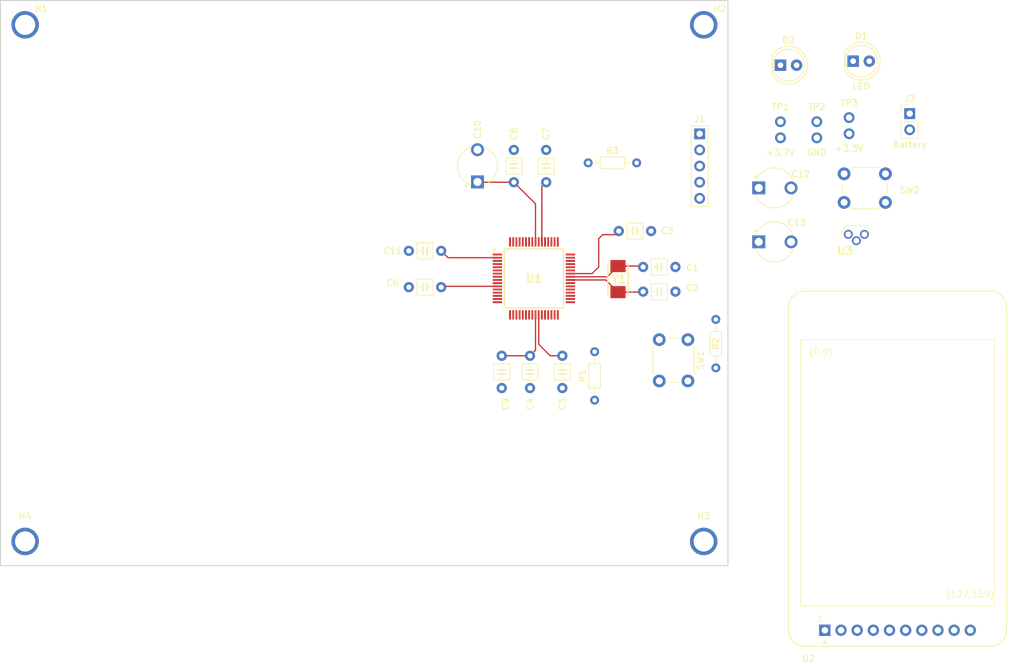
<source format=kicad_pcb>
(kicad_pcb (version 20241229) (generator "pcbnew") (generator_version "9.0")
  (title_block (title "ECE 445L Lab 6") (date "2024-08-07") (rev "v1.0.1") (company "The University of Texas at Austin"))
  (layers (0 "F.Cu" signal) (2 "B.Cu" signal) (13 "F.Paste" user) (15 "B.Paste" user) (5 "F.SilkS" user "F.Silkscreen") (7 "B.SilkS" user "B.Silkscreen") (1 "F.Mask" user) (3 "B.Mask" user) (25 "Edge.Cuts" user))
  (net 0 "")
  (net 1 "/OSC1")
  (net 2 "GND")
  (net 3 "/OSC2")
  (net 4 "+3V3")
  (net 5 "/LDO")
  (net 6 "Net-(U1-~{WAKE})")
  (net 7 "/Reset")
  (net 10 "PD6")
  (net 21 "/+3_7V")
  (net 22 "/TCK")
  (net 27 "/TMS")
  (net 28 "/TDI")
  (net 29 "/TDO")
  (net 32 "PB6")
  (net 33 "PB7")
  (net 34 "PF4")
  (net 35 "PE3")
  (net 36 "PE2")
  (net 37 "PE1")
  (net 38 "PE0")
  (net 39 "PD7")
  (net 40 "PC7")
  (net 41 "PC6")
  (net 42 "PC5")
  (net 43 "PC4")
  (net 44 "PA0")
  (net 45 "PA1")
  (net 46 "PA2")
  (net 47 "PA3")
  (net 48 "PA4")
  (net 49 "PA5")
  (net 50 "PA6")
  (net 51 "PA7")
  (net 52 "PF0")
  (net 53 "PF1")
  (net 54 "PF2")
  (net 55 "PF3")
  (net 56 "PD4")
  (net 57 "PD5")
  (net 58 "PB0")
  (net 59 "PB1")
  (net 60 "PB2")
  (net 61 "PB3")
  (net 62 "PB5")
  (net 63 "PB4")
  (net 64 "PE4")
  (net 65 "PE5")
  (net 66 "PD0")
  (net 67 "PD1")
  (net 68 "PD2")
  (net 69 "PD3")
  (footprint "ECE445L:CP_Radial_Tantal200mil" (layer "F.Cu") (at 150.895 54.87)
    (property "Reference" "C12" (at 6.585 -2.165 0) (layer "F.SilkS"))
    (property "Value" "4.7uF")
    (fp_line (start -0.839749 -1.755) (end -0.239749 -1.755) (stroke (width 0.12)) (layer "F.SilkS"))
    (fp_line (start -0.539749 -2.055) (end -0.539749 -1.455) (stroke (width 0.12)) (layer "F.SilkS"))
    (fp_arc (start -0.434416 -1.0922) (mid 2.5 -3.1522) (end 5.434416 -1.0922) (stroke (width 0.12)) (layer "F.SilkS"))
    (fp_arc (start 5.434416 1.0922) (mid 2.5 3.1522) (end -0.434416 1.0922) (stroke (width 0.12)) (layer "F.SilkS"))
    (pad "1" thru_hole rect (at 0 0) (size 2.032 2.032) (drill 1.27) (layers "*.Cu" "*.Mask") (net 21 "/+3_7V"))
    (pad "2" thru_hole circle (at 5.08 0) (size 2.032 2.032) (drill 1.27) (layers "*.Cu" "*.Mask") (net 2 "GND"))
  )
  (footprint "ECE445L:C_Axial_200mil" (layer "F.Cu") (at 100.965 70.485 180)
    (property "Reference" "C6" (at 7.62 0.635 0) (layer "F.SilkS"))
    (property "Value" "0.1uF")
    (fp_line (start 3.81 1.27) (end 3.81 -1.27) (stroke (width 0.12)) (layer "F.SilkS"))
    (fp_line (start 3.81 -1.27) (end 1.27 -1.27) (stroke (width 0.12)) (layer "F.SilkS"))
    (fp_line (start 3.4925 0) (end 2.8575 0) (stroke (width 0.12)) (layer "F.SilkS"))
    (fp_line (start 2.8575 0.635) (end 2.8575 -0.635) (stroke (width 0.2032)) (layer "F.SilkS"))
    (fp_line (start 2.2225 0.635) (end 2.2225 -0.635) (stroke (width 0.2032)) (layer "F.SilkS"))
    (fp_line (start 2.2225 0) (end 1.5875 0) (stroke (width 0.12)) (layer "F.SilkS"))
    (fp_line (start 1.27 1.27) (end 3.81 1.27) (stroke (width 0.12)) (layer "F.SilkS"))
    (fp_line (start 1.27 -1.27) (end 1.27 1.27) (stroke (width 0.12)) (layer "F.SilkS"))
    (pad "1" thru_hole circle (at 0 0 180) (size 1.6 1.6) (drill 0.8) (layers "*.Cu" "*.Mask") (net 4 "+3V3"))
    (pad "2" thru_hole oval (at 5.08 0 180) (size 1.6 1.6) (drill 0.8) (layers "*.Cu" "*.Mask") (net 2 "GND"))
  )
  (footprint "ECE445L:PinHeader_1x02_P2.54mm_Vertical" (layer "F.Cu") (at 174.625 43.18)
    (property "Reference" "J2" (at 0 -2.33 0) (layer "F.SilkS"))
    (property "Value" "Battery" (at 0 4.87 0) (layer "F.SilkS"))
    (fp_line (start -1.33 -1.33) (end 0 -1.33) (stroke (width 0.12)) (layer "F.SilkS"))
    (fp_line (start -1.33 0) (end -1.33 -1.33) (stroke (width 0.12)) (layer "F.SilkS"))
    (fp_line (start -1.33 1.27) (end -1.33 3.87) (stroke (width 0.12)) (layer "F.SilkS"))
    (fp_line (start -1.33 1.27) (end 1.33 1.27) (stroke (width 0.12)) (layer "F.SilkS"))
    (fp_line (start -1.33 3.87) (end 1.33 3.87) (stroke (width 0.12)) (layer "F.SilkS"))
    (fp_line (start 1.33 1.27) (end 1.33 3.87) (stroke (width 0.12)) (layer "F.SilkS"))
    (pad "1" thru_hole rect (at 0 0) (size 1.7 1.7) (drill 1) (layers "*.Cu" "*.Mask") (net 2 "GND"))
    (pad "2" thru_hole oval (at 0 2.54) (size 1.7 1.7) (drill 1) (layers "*.Cu" "*.Mask") (net 21 "/+3_7V"))
  )
  (footprint "ECE445L:LED_D5.0mm" (layer "F.Cu") (at 165.735 34.925)
    (property "Reference" "D1" (at 1.27 -3.96 0) (layer "F.SilkS"))
    (property "Value" "LED" (at 1.27 3.96 0) (layer "F.SilkS"))
    (fp_line (start -1.29 -1.545) (end -1.29 1.545) (stroke (width 0.12)) (layer "F.SilkS"))
    (fp_arc (start -1.29 -1.54483) (mid 2.072002 -2.880433) (end 4.26 0.000462) (stroke (width 0.12)) (layer "F.SilkS"))
    (fp_arc (start 4.26 -0.000462) (mid 2.072002 2.880433) (end -1.29 1.54483) (stroke (width 0.12)) (layer "F.SilkS"))
    (fp_circle (center 1.27 0) (end 3.77 0) (stroke (width 0.12)) (fill no) (layer "F.SilkS"))
    (pad "1" thru_hole rect (at 0 0) (size 1.8 1.8) (drill 0.9) (layers "*.Cu" "*.Mask"))
    (pad "2" thru_hole circle (at 2.54 0) (size 1.8 1.8) (drill 0.9) (layers "*.Cu" "*.Mask"))
  )
  (footprint "ECE445L:CP_Radial_Tantal200mil" (layer "F.Cu") (at 150.895 63.36)
    (property "Reference" "C13" (at 5.95 -3.035 0) (layer "F.SilkS"))
    (property "Value" "4.7uF")
    (fp_line (start -0.839749 -1.755) (end -0.239749 -1.755) (stroke (width 0.12)) (layer "F.SilkS"))
    (fp_line (start -0.539749 -2.055) (end -0.539749 -1.455) (stroke (width 0.12)) (layer "F.SilkS"))
    (fp_arc (start -0.434416 -1.0922) (mid 2.5 -3.1522) (end 5.434416 -1.0922) (stroke (width 0.12)) (layer "F.SilkS"))
    (fp_arc (start 5.434416 1.0922) (mid 2.5 3.1522) (end -0.434416 1.0922) (stroke (width 0.12)) (layer "F.SilkS"))
    (pad "1" thru_hole rect (at 0 0) (size 2.032 2.032) (drill 1.27) (layers "*.Cu" "*.Mask") (net 4 "+3V3"))
    (pad "2" thru_hole circle (at 5.08 0) (size 2.032 2.032) (drill 1.27) (layers "*.Cu" "*.Mask") (net 2 "GND"))
  )
  (footprint "Button_Switch_THT:SW_PUSH_6mm" (layer "F.Cu") (at 164.315 52.65)
    (property "Reference" "SW2" (at 10.31 2.595 0) (layer "F.SilkS"))
    (property "Value" "Input")
    (fp_line (start -0.25 1.5) (end -0.25 3) (stroke (width 0.12)) (layer "F.SilkS"))
    (fp_line (start 1 5.5) (end 5.5 5.5) (stroke (width 0.12)) (layer "F.SilkS"))
    (fp_line (start 5.5 -1) (end 1 -1) (stroke (width 0.12)) (layer "F.SilkS"))
    (fp_line (start 6.75 3) (end 6.75 1.5) (stroke (width 0.12)) (layer "F.SilkS"))
    (pad "1" thru_hole circle (at 0 0 90) (size 2 2) (drill 1.1) (layers "*.Cu" "*.Mask"))
    (pad "1" thru_hole circle (at 6.5 0 90) (size 2 2) (drill 1.1) (layers "*.Cu" "*.Mask"))
    (pad "2" thru_hole circle (at 0 4.5 90) (size 2 2) (drill 1.1) (layers "*.Cu" "*.Mask"))
    (pad "2" thru_hole circle (at 6.5 4.5 90) (size 2 2) (drill 1.1) (layers "*.Cu" "*.Mask"))
  )
  (footprint "ECE445L:C_Axial_200mil" (layer "F.Cu") (at 132.715 67.31)
    (property "Reference" "C1" (at 7.758 0.138 0) (layer "F.SilkS"))
    (property "Value" "10pF C0G")
    (fp_line (start 1.27 -1.27) (end 1.27 1.27) (stroke (width 0.12)) (layer "F.SilkS"))
    (fp_line (start 1.27 1.27) (end 3.81 1.27) (stroke (width 0.12)) (layer "F.SilkS"))
    (fp_line (start 2.2225 0) (end 1.5875 0) (stroke (width 0.12)) (layer "F.SilkS"))
    (fp_line (start 2.2225 0.635) (end 2.2225 -0.635) (stroke (width 0.2032)) (layer "F.SilkS"))
    (fp_line (start 2.8575 0.635) (end 2.8575 -0.635) (stroke (width 0.2032)) (layer "F.SilkS"))
    (fp_line (start 3.4925 0) (end 2.8575 0) (stroke (width 0.12)) (layer "F.SilkS"))
    (fp_line (start 3.81 -1.27) (end 1.27 -1.27) (stroke (width 0.12)) (layer "F.SilkS"))
    (fp_line (start 3.81 1.27) (end 3.81 -1.27) (stroke (width 0.12)) (layer "F.SilkS"))
    (pad "1" thru_hole circle (at 0 0) (size 1.6 1.6) (drill 0.8) (layers "*.Cu" "*.Mask") (net 1 "/OSC1"))
    (pad "2" thru_hole oval (at 5.08 0) (size 1.6 1.6) (drill 0.8) (layers "*.Cu" "*.Mask") (net 2 "GND"))
  )
  (footprint "ECE445L:C_Axial_200mil" (layer "F.Cu") (at 120.015 81.28 -90)
    (property "Reference" "C5" (at 7.62 0 90) (layer "F.SilkS"))
    (property "Value" "0.01uF")
    (fp_line (start 1.27 1.27) (end 3.81 1.27) (stroke (width 0.12)) (layer "F.SilkS"))
    (fp_line (start 3.81 1.27) (end 3.81 -1.27) (stroke (width 0.12)) (layer "F.SilkS"))
    (fp_line (start 2.2225 0.635) (end 2.2225 -0.635) (stroke (width 0.2032)) (layer "F.SilkS"))
    (fp_line (start 2.8575 0.635) (end 2.8575 -0.635) (stroke (width 0.2032)) (layer "F.SilkS"))
    (fp_line (start 2.2225 0) (end 1.5875 0) (stroke (width 0.12)) (layer "F.SilkS"))
    (fp_line (start 3.4925 0) (end 2.8575 0) (stroke (width 0.12)) (layer "F.SilkS"))
    (fp_line (start 1.27 -1.27) (end 1.27 1.27) (stroke (width 0.12)) (layer "F.SilkS"))
    (fp_line (start 3.81 -1.27) (end 1.27 -1.27) (stroke (width 0.12)) (layer "F.SilkS"))
    (pad "1" thru_hole circle (at 0 0 270) (size 1.6 1.6) (drill 0.8) (layers "*.Cu" "*.Mask") (net 4 "+3V3"))
    (pad "2" thru_hole oval (at 5.08 0 270) (size 1.6 1.6) (drill 0.8) (layers "*.Cu" "*.Mask") (net 2 "GND"))
  )
  (footprint "ECE445L:C_Axial_200mil" (layer "F.Cu") (at 110.49 81.28 -90)
    (property "Reference" "C9" (at 7.62 -0.635 90) (layer "F.SilkS"))
    (property "Value" "1uF")
    (fp_line (start 1.27 1.27) (end 3.81 1.27) (stroke (width 0.12)) (layer "F.SilkS"))
    (fp_line (start 3.81 1.27) (end 3.81 -1.27) (stroke (width 0.12)) (layer "F.SilkS"))
    (fp_line (start 2.2225 0.635) (end 2.2225 -0.635) (stroke (width 0.2032)) (layer "F.SilkS"))
    (fp_line (start 2.8575 0.635) (end 2.8575 -0.635) (stroke (width 0.2032)) (layer "F.SilkS"))
    (fp_line (start 2.2225 0) (end 1.5875 0) (stroke (width 0.12)) (layer "F.SilkS"))
    (fp_line (start 3.4925 0) (end 2.8575 0) (stroke (width 0.12)) (layer "F.SilkS"))
    (fp_line (start 1.27 -1.27) (end 1.27 1.27) (stroke (width 0.12)) (layer "F.SilkS"))
    (fp_line (start 3.81 -1.27) (end 1.27 -1.27) (stroke (width 0.12)) (layer "F.SilkS"))
    (pad "1" thru_hole circle (at 0 0 270) (size 1.6 1.6) (drill 0.8) (layers "*.Cu" "*.Mask") (net 5 "/LDO"))
    (pad "2" thru_hole oval (at 5.08 0 270) (size 1.6 1.6) (drill 0.8) (layers "*.Cu" "*.Mask") (net 2 "GND"))
  )
  (footprint "ECE445L:C_Axial_200mil" (layer "F.Cu") (at 117.475 53.975 90)
    (property "Reference" "C7" (at 7.62 0 90) (layer "F.SilkS"))
    (property "Value" "0.1uF")
    (fp_line (start 3.81 -1.27) (end 1.27 -1.27) (stroke (width 0.12)) (layer "F.SilkS"))
    (fp_line (start 1.27 -1.27) (end 1.27 1.27) (stroke (width 0.12)) (layer "F.SilkS"))
    (fp_line (start 3.4925 0) (end 2.8575 0) (stroke (width 0.12)) (layer "F.SilkS"))
    (fp_line (start 2.2225 0) (end 1.5875 0) (stroke (width 0.12)) (layer "F.SilkS"))
    (fp_line (start 2.8575 0.635) (end 2.8575 -0.635) (stroke (width 0.2032)) (layer "F.SilkS"))
    (fp_line (start 2.2225 0.635) (end 2.2225 -0.635) (stroke (width 0.2032)) (layer "F.SilkS"))
    (fp_line (start 3.81 1.27) (end 3.81 -1.27) (stroke (width 0.12)) (layer "F.SilkS"))
    (fp_line (start 1.27 1.27) (end 3.81 1.27) (stroke (width 0.12)) (layer "F.SilkS"))
    (pad "1" thru_hole circle (at 0 0 90) (size 1.6 1.6) (drill 0.8) (layers "*.Cu" "*.Mask") (net 4 "+3V3"))
    (pad "2" thru_hole oval (at 5.08 0 90) (size 1.6 1.6) (drill 0.8) (layers "*.Cu" "*.Mask") (net 2 "GND"))
  )
  (footprint "ECE445L:TL431CLPM" (layer "F.Cu") (at 164.97 62.175)
    (property "Reference" "U3" (at -0.505 2.595 0) (layer "F.SilkS") (effects (font (size 1.27 1.27) (thickness 0.254))))
    (property "Value" "LP2950-33LPRE3" (hide yes))
    (fp_line (start -1.809 -0.005) (end -1.809 -0.005) (stroke (width 0.1)) (layer "F.SilkS"))
    (fp_line (start -1.707 -0.005) (end -1.707 -0.005) (stroke (width 0.1)) (layer "F.SilkS"))
    (fp_line (start -0.445 -1.35) (end -1.13 0) (stroke (width 0.1)) (layer "F.SilkS"))
    (fp_line (start 2.985 -1.35) (end -0.445 -1.35) (stroke (width 0.1)) (layer "F.SilkS"))
    (fp_line (start 3.67 0) (end 2.985 -1.35) (stroke (width 0.1)) (layer "F.SilkS"))
    (fp_arc (start -1.809 -0.005) (mid -1.758 -0.056) (end -1.707 -0.005) (stroke (width 0.1)) (layer "F.SilkS"))
    (fp_arc (start -1.707 -0.005) (mid -1.758 0.046) (end -1.809 -0.005) (stroke (width 0.1)) (layer "F.SilkS"))
    (pad "1" thru_hole circle (at 0 0) (size 1.4 1.4) (drill 0.9) (layers "*.Cu" "*.Mask") (net 4 "+3V3"))
    (pad "2" thru_hole circle (at 1.27 1) (size 1.4 1.4) (drill 0.9) (layers "*.Cu" "*.Mask") (net 2 "GND"))
    (pad "3" thru_hole circle (at 2.54 0) (size 1.4 1.4) (drill 0.9) (layers "*.Cu" "*.Mask") (net 21 "/+3_7V"))
  )
  (footprint "ECE445L:MountingHole_4_40" (layer "F.Cu") (at 35.56 29.21)
    (property "Reference" "H1" (at 2.54 -2.54 0) (layer "F.SilkS"))
    (property "Value" "~")
    (pad "1" thru_hole circle (at 0 0) (size 4.318 4.318) (drill 3.175) (layers "*.Cu" "*.Mask"))
  )
  (footprint "ECE445L:R_Axial_DIN0204_L3.6mm_D1.6mm_P7.62mm_Horizontal" (layer "F.Cu") (at 124.079 50.927)
    (property "Reference" "R3" (at 3.81 -1.92 0) (layer "F.SilkS"))
    (property "Value" "10k")
    (fp_line (start 0.94 0) (end 1.89 0) (stroke (width 0.12)) (layer "F.SilkS"))
    (fp_line (start 1.89 -0.92) (end 1.89 0.92) (stroke (width 0.12)) (layer "F.SilkS"))
    (fp_line (start 1.89 0.92) (end 5.73 0.92) (stroke (width 0.12)) (layer "F.SilkS"))
    (fp_line (start 5.73 -0.92) (end 1.89 -0.92) (stroke (width 0.12)) (layer "F.SilkS"))
    (fp_line (start 5.73 0.92) (end 5.73 -0.92) (stroke (width 0.12)) (layer "F.SilkS"))
    (fp_line (start 6.68 0) (end 5.73 0) (stroke (width 0.12)) (layer "F.SilkS"))
    (pad "1" thru_hole circle (at 0 0) (size 1.4 1.4) (drill 0.7) (layers "*.Cu" "*.Mask"))
    (pad "2" thru_hole oval (at 7.62 0) (size 1.4 1.4) (drill 0.7) (layers "*.Cu" "*.Mask"))
  )
  (footprint "Button_Switch_THT:SW_PUSH_6mm" (layer "F.Cu") (at 139.755 78.74 -90)
    (property "Reference" "SW1" (at 3.25 -2 90) (layer "F.SilkS"))
    (property "Value" "Reset")
    (fp_line (start 1 5.5) (end 5.5 5.5) (stroke (width 0.12)) (layer "F.SilkS"))
    (fp_line (start 6.75 3) (end 6.75 1.5) (stroke (width 0.12)) (layer "F.SilkS"))
    (fp_line (start -0.25 1.5) (end -0.25 3) (stroke (width 0.12)) (layer "F.SilkS"))
    (fp_line (start 5.5 -1) (end 1 -1) (stroke (width 0.12)) (layer "F.SilkS"))
    (pad "1" thru_hole circle (at 0 0) (size 2 2) (drill 1.1) (layers "*.Cu" "*.Mask") (net 2 "GND"))
    (pad "1" thru_hole circle (at 6.5 0) (size 2 2) (drill 1.1) (layers "*.Cu" "*.Mask") (net 2 "GND"))
    (pad "2" thru_hole circle (at 0 4.5) (size 2 2) (drill 1.1) (layers "*.Cu" "*.Mask") (net 7 "/Reset"))
    (pad "2" thru_hole circle (at 6.5 4.5) (size 2 2) (drill 1.1) (layers "*.Cu" "*.Mask") (net 7 "/Reset"))
  )
  (footprint "ECE445L:LED_D5.0mm" (layer "F.Cu") (at 154.305 35.56)
    (property "Reference" "D2" (at 1.27 -3.96 0) (layer "F.SilkS"))
    (property "Value" "LED" (hide yes))
    (fp_line (start -1.29 -1.545) (end -1.29 1.545) (stroke (width 0.12)) (layer "F.SilkS"))
    (fp_arc (start -1.29 -1.54483) (mid 2.072002 -2.880433) (end 4.26 0.000462) (stroke (width 0.12)) (layer "F.SilkS"))
    (fp_arc (start 4.26 -0.000462) (mid 2.072002 2.880433) (end -1.29 1.54483) (stroke (width 0.12)) (layer "F.SilkS"))
    (fp_circle (center 1.27 0) (end 3.77 0) (stroke (width 0.12)) (fill no) (layer "F.SilkS"))
    (pad "1" thru_hole rect (at 0 0) (size 1.8 1.8) (drill 0.9) (layers "*.Cu" "*.Mask"))
    (pad "2" thru_hole circle (at 2.54 0) (size 1.8 1.8) (drill 0.9) (layers "*.Cu" "*.Mask"))
  )
  (footprint "ECE445L:Testpoint_1x02_P2.54mm" (layer "F.Cu") (at 154.305 44.45)
    (property "Reference" "TP1" (at 0 -2.33 0) (layer "F.SilkS"))
    (property "Value" "+3.7V" (at 0 4.87 0) (layer "F.SilkS"))
    (pad "1" thru_hole circle (at 0 0) (size 1.7 1.7) (drill 1) (layers "*.Cu" "*.Mask") (net 21 "/+3_7V"))
    (pad "2" thru_hole oval (at 0 2.54) (size 1.7 1.7) (drill 1) (layers "*.Cu" "*.Mask") (net 21 "/+3_7V"))
  )
  (footprint "ECE445L:C_Axial_200mil" (layer "F.Cu") (at 132.715 71.185)
    (property "Reference" "C2" (at 7.77425 -0.562 0) (layer "F.SilkS"))
    (property "Value" "10pF C0G")
    (fp_line (start 1.27 -1.27) (end 1.27 1.27) (stroke (width 0.12)) (layer "F.SilkS"))
    (fp_line (start 1.27 1.27) (end 3.81 1.27) (stroke (width 0.12)) (layer "F.SilkS"))
    (fp_line (start 2.2225 0) (end 1.5875 0) (stroke (width 0.12)) (layer "F.SilkS"))
    (fp_line (start 2.2225 0.635) (end 2.2225 -0.635) (stroke (width 0.2032)) (layer "F.SilkS"))
    (fp_line (start 2.8575 0.635) (end 2.8575 -0.635) (stroke (width 0.2032)) (layer "F.SilkS"))
    (fp_line (start 3.4925 0) (end 2.8575 0) (stroke (width 0.12)) (layer "F.SilkS"))
    (fp_line (start 3.81 -1.27) (end 1.27 -1.27) (stroke (width 0.12)) (layer "F.SilkS"))
    (fp_line (start 3.81 1.27) (end 3.81 -1.27) (stroke (width 0.12)) (layer "F.SilkS"))
    (pad "1" thru_hole circle (at 0 0) (size 1.6 1.6) (drill 0.8) (layers "*.Cu" "*.Mask") (net 3 "/OSC2"))
    (pad "2" thru_hole oval (at 5.08 0) (size 1.6 1.6) (drill 0.8) (layers "*.Cu" "*.Mask") (net 2 "GND"))
  )
  (footprint "ECE445L:PinHeader_1x05_P2.54mm_Vertical" (layer "F.Cu") (at 141.605 46.355)
    (property "Reference" "J1" (at 0 -2.33 0) (layer "F.SilkS"))
    (property "Value" "JTAG")
    (fp_line (start -1.33 -1.27) (end -1.33 11.43) (stroke (width 0.12)) (layer "F.SilkS"))
    (fp_line (start -1.33 -1.27) (end 1.33 -1.27) (stroke (width 0.12)) (layer "F.SilkS"))
    (fp_line (start -1.33 11.43) (end 1.33 11.43) (stroke (width 0.12)) (layer "F.SilkS"))
    (fp_line (start 1.33 -1.27) (end 1.33 11.43) (stroke (width 0.12)) (layer "F.SilkS"))
    (pad "1" thru_hole rect (at 0 0) (size 1.7 1.7) (drill 1) (layers "*.Cu" "*.Mask") (net 2 "GND"))
    (pad "2" thru_hole oval (at 0 2.54) (size 1.7 1.7) (drill 1) (layers "*.Cu" "*.Mask") (net 22 "/TCK"))
    (pad "3" thru_hole oval (at 0 5.08) (size 1.7 1.7) (drill 1) (layers "*.Cu" "*.Mask") (net 27 "/TMS"))
    (pad "4" thru_hole oval (at 0 7.62) (size 1.7 1.7) (drill 1) (layers "*.Cu" "*.Mask") (net 29 "/TDO"))
    (pad "5" thru_hole oval (at 0 10.16) (size 1.7 1.7) (drill 1) (layers "*.Cu" "*.Mask") (net 28 "/TDI"))
  )
  (footprint "ECE445L:QFP50P1200X1200X160-64N" (layer "F.Cu") (at 115.547 69.1)
    (property "Reference" "U1" (at 0 0 0) (layer "F.SilkS") (effects (font (size 1.27 1.27) (thickness 0.254))))
    (property "Value" "TM4C123GH6PMIR" (hide yes))
    (fp_line (start -4.65 -4.65) (end 4.65 -4.65) (stroke (width 0.2)) (layer "F.SilkS"))
    (fp_line (start -4.65 4.65) (end -4.65 -4.65) (stroke (width 0.2)) (layer "F.SilkS"))
    (fp_line (start 4.65 -4.65) (end 4.65 4.65) (stroke (width 0.2)) (layer "F.SilkS"))
    (fp_line (start 4.65 4.65) (end -4.65 4.65) (stroke (width 0.2)) (layer "F.SilkS"))
    (fp_circle (center -6.225 -4.5) (end -6.225 -4.375) (stroke (width 0.25)) (fill no) (layer "F.SilkS"))
    (pad "1" smd rect (at -5.738 -3.75 90) (size 0.3 1.475) (layers "F.Cu" "F.Mask" "F.Paste") (net 32 "PB6"))
    (pad "2" smd rect (at -5.738 -3.25 90) (size 0.3 1.475) (layers "F.Cu" "F.Mask" "F.Paste") (net 4 "+3V3"))
    (pad "3" smd rect (at -5.738 -2.75 90) (size 0.3 1.475) (layers "F.Cu" "F.Mask" "F.Paste") (net 2 "GND"))
    (pad "4" smd rect (at -5.738 -2.25 90) (size 0.3 1.475) (layers "F.Cu" "F.Mask" "F.Paste") (net 33 "PB7"))
    (pad "5" smd rect (at -5.738 -1.75 90) (size 0.3 1.475) (layers "F.Cu" "F.Mask" "F.Paste") (net 34 "PF4"))
    (pad "6" smd rect (at -5.738 -1.25 90) (size 0.3 1.475) (layers "F.Cu" "F.Mask" "F.Paste") (net 35 "PE3"))
    (pad "7" smd rect (at -5.738 -0.75 90) (size 0.3 1.475) (layers "F.Cu" "F.Mask" "F.Paste") (net 36 "PE2"))
    (pad "8" smd rect (at -5.738 -0.25 90) (size 0.3 1.475) (layers "F.Cu" "F.Mask" "F.Paste") (net 37 "PE1"))
    (pad "9" smd rect (at -5.738 0.25 90) (size 0.3 1.475) (layers "F.Cu" "F.Mask" "F.Paste") (net 38 "PE0"))
    (pad "10" smd rect (at -5.738 0.75 90) (size 0.3 1.475) (layers "F.Cu" "F.Mask" "F.Paste") (net 39 "PD7"))
    (pad "11" smd rect (at -5.738 1.25 90) (size 0.3 1.475) (layers "F.Cu" "F.Mask" "F.Paste") (net 4 "+3V3"))
    (pad "12" smd rect (at -5.738 1.75 90) (size 0.3 1.475) (layers "F.Cu" "F.Mask" "F.Paste") (net 2 "GND"))
    (pad "13" smd rect (at -5.738 2.25 90) (size 0.3 1.475) (layers "F.Cu" "F.Mask" "F.Paste") (net 40 "PC7"))
    (pad "14" smd rect (at -5.738 2.75 90) (size 0.3 1.475) (layers "F.Cu" "F.Mask" "F.Paste") (net 41 "PC6"))
    (pad "15" smd rect (at -5.738 3.25 90) (size 0.3 1.475) (layers "F.Cu" "F.Mask" "F.Paste") (net 42 "PC5"))
    (pad "16" smd rect (at -5.738 3.75 90) (size 0.3 1.475) (layers "F.Cu" "F.Mask" "F.Paste") (net 43 "PC4"))
    (pad "17" smd rect (at -3.75 5.738) (size 0.3 1.475) (layers "F.Cu" "F.Mask" "F.Paste") (net 44 "PA0"))
    (pad "18" smd rect (at -3.25 5.738) (size 0.3 1.475) (layers "F.Cu" "F.Mask" "F.Paste") (net 45 "PA1"))
    (pad "19" smd rect (at -2.75 5.738) (size 0.3 1.475) (layers "F.Cu" "F.Mask" "F.Paste") (net 46 "PA2"))
    (pad "20" smd rect (at -2.25 5.738) (size 0.3 1.475) (layers "F.Cu" "F.Mask" "F.Paste") (net 47 "PA3"))
    (pad "21" smd rect (at -1.75 5.738) (size 0.3 1.475) (layers "F.Cu" "F.Mask" "F.Paste") (net 48 "PA4"))
    (pad "22" smd rect (at -1.25 5.738) (size 0.3 1.475) (layers "F.Cu" "F.Mask" "F.Paste") (net 49 "PA5"))
    (pad "23" smd rect (at -0.75 5.738) (size 0.3 1.475) (layers "F.Cu" "F.Mask" "F.Paste") (net 50 "PA6"))
    (pad "24" smd rect (at -0.25 5.738) (size 0.3 1.475) (layers "F.Cu" "F.Mask" "F.Paste") (net 51 "PA7"))
    (pad "25" smd rect (at 0.25 5.738) (size 0.3 1.475) (layers "F.Cu" "F.Mask" "F.Paste") (net 5 "/LDO"))
    (pad "26" smd rect (at 0.75 5.738) (size 0.3 1.475) (layers "F.Cu" "F.Mask" "F.Paste") (net 4 "+3V3"))
    (pad "27" smd rect (at 1.25 5.738) (size 0.3 1.475) (layers "F.Cu" "F.Mask" "F.Paste") (net 2 "GND"))
    (pad "28" smd rect (at 1.75 5.738) (size 0.3 1.475) (layers "F.Cu" "F.Mask" "F.Paste") (net 52 "PF0"))
    (pad "29" smd rect (at 2.25 5.738) (size 0.3 1.475) (layers "F.Cu" "F.Mask" "F.Paste") (net 53 "PF1"))
    (pad "30" smd rect (at 2.75 5.738) (size 0.3 1.475) (layers "F.Cu" "F.Mask" "F.Paste") (net 54 "PF2"))
    (pad "31" smd rect (at 3.25 5.738) (size 0.3 1.475) (layers "F.Cu" "F.Mask" "F.Paste") (net 55 "PF3"))
    (pad "32" smd rect (at 3.75 5.738) (size 0.3 1.475) (layers "F.Cu" "F.Mask" "F.Paste") (net 6 "Net-(U1-~{WAKE})"))
    (pad "33" smd rect (at 5.738 3.75 90) (size 0.3 1.475) (layers "F.Cu" "F.Mask" "F.Paste"))
    (pad "34" smd rect (at 5.738 3.25 90) (size 0.3 1.475) (layers "F.Cu" "F.Mask" "F.Paste") (net 2 "GND"))
    (pad "35" smd rect (at 5.738 2.75 90) (size 0.3 1.475) (layers "F.Cu" "F.Mask" "F.Paste") (net 2 "GND"))
    (pad "36" smd rect (at 5.738 2.25 90) (size 0.3 1.475) (layers "F.Cu" "F.Mask" "F.Paste"))
    (pad "37" smd rect (at 5.738 1.75 90) (size 0.3 1.475) (layers "F.Cu" "F.Mask" "F.Paste") (net 4 "+3V3"))
    (pad "38" smd rect (at 5.738 1.25 90) (size 0.3 1.475) (layers "F.Cu" "F.Mask" "F.Paste") (net 7 "/Reset"))
    (pad "39" smd rect (at 5.738 0.75 90) (size 0.3 1.475) (layers "F.Cu" "F.Mask" "F.Paste") (net 2 "GND"))
    (pad "40" smd rect (at 5.738 0.25 90) (size 0.3 1.475) (layers "F.Cu" "F.Mask" "F.Paste") (net 3 "/OSC2"))
    (pad "41" smd rect (at 5.738 -0.25 90) (size 0.3 1.475) (layers "F.Cu" "F.Mask" "F.Paste") (net 1 "/OSC1"))
    (pad "42" smd rect (at 5.738 -0.75 90) (size 0.3 1.475) (layers "F.Cu" "F.Mask" "F.Paste") (net 4 "+3V3"))
    (pad "43" smd rect (at 5.738 -1.25 90) (size 0.3 1.475) (layers "F.Cu" "F.Mask" "F.Paste") (net 56 "PD4"))
    (pad "44" smd rect (at 5.738 -1.75 90) (size 0.3 1.475) (layers "F.Cu" "F.Mask" "F.Paste") (net 57 "PD5"))
    (pad "45" smd rect (at 5.738 -2.25 90) (size 0.3 1.475) (layers "F.Cu" "F.Mask" "F.Paste") (net 58 "PB0"))
    (pad "46" smd rect (at 5.738 -2.75 90) (size 0.3 1.475) (layers "F.Cu" "F.Mask" "F.Paste") (net 59 "PB1"))
    (pad "47" smd rect (at 5.738 -3.25 90) (size 0.3 1.475) (layers "F.Cu" "F.Mask" "F.Paste") (net 60 "PB2"))
    (pad "48" smd rect (at 5.738 -3.75 90) (size 0.3 1.475) (layers "F.Cu" "F.Mask" "F.Paste") (net 61 "PB3"))
    (pad "49" smd rect (at 3.75 -5.738) (size 0.3 1.475) (layers "F.Cu" "F.Mask" "F.Paste") (net 29 "/TDO"))
    (pad "50" smd rect (at 3.25 -5.738) (size 0.3 1.475) (layers "F.Cu" "F.Mask" "F.Paste") (net 28 "/TDI"))
    (pad "51" smd rect (at 2.75 -5.738) (size 0.3 1.475) (layers "F.Cu" "F.Mask" "F.Paste") (net 27 "/TMS"))
    (pad "52" smd rect (at 2.25 -5.738) (size 0.3 1.475) (layers "F.Cu" "F.Mask" "F.Paste") (net 22 "/TCK"))
    (pad "53" smd rect (at 1.75 -5.738) (size 0.3 1.475) (layers "F.Cu" "F.Mask" "F.Paste") (net 10 "PD6"))
    (pad "54" smd rect (at 1.25 -5.738) (size 0.3 1.475) (layers "F.Cu" "F.Mask" "F.Paste") (net 4 "+3V3"))
    (pad "55" smd rect (at 0.75 -5.738) (size 0.3 1.475) (layers "F.Cu" "F.Mask" "F.Paste") (net 2 "GND"))
    (pad "56" smd rect (at 0.25 -5.738) (size 0.3 1.475) (layers "F.Cu" "F.Mask" "F.Paste") (net 5 "/LDO"))
    (pad "57" smd rect (at -0.25 -5.738) (size 0.3 1.475) (layers "F.Cu" "F.Mask" "F.Paste") (net 62 "PB5"))
    (pad "58" smd rect (at -0.75 -5.738) (size 0.3 1.475) (layers "F.Cu" "F.Mask" "F.Paste") (net 63 "PB4"))
    (pad "59" smd rect (at -1.25 -5.738) (size 0.3 1.475) (layers "F.Cu" "F.Mask" "F.Paste") (net 64 "PE4"))
    (pad "60" smd rect (at -1.75 -5.738) (size 0.3 1.475) (layers "F.Cu" "F.Mask" "F.Paste") (net 65 "PE5"))
    (pad "61" smd rect (at -2.25 -5.738) (size 0.3 1.475) (layers "F.Cu" "F.Mask" "F.Paste") (net 66 "PD0"))
    (pad "62" smd rect (at -2.75 -5.738) (size 0.3 1.475) (layers "F.Cu" "F.Mask" "F.Paste") (net 67 "PD1"))
    (pad "63" smd rect (at -3.25 -5.738) (size 0.3 1.475) (layers "F.Cu" "F.Mask" "F.Paste") (net 68 "PD2"))
    (pad "64" smd rect (at -3.75 -5.738) (size 0.3 1.475) (layers "F.Cu" "F.Mask" "F.Paste") (net 69 "PD3"))
  )
  (footprint "ECE445L:MountingHole_4_40" (layer "F.Cu") (at 35.56 110.49)
    (property "Reference" "H4" (at 0 -4 0) (layer "F.SilkS"))
    (property "Value" "~")
    (pad "1" thru_hole circle (at 0 0) (size 4.318 4.318) (drill 3.175) (layers "*.Cu" "*.Mask"))
  )
  (footprint "ECE445L:R_Axial_DIN0204_L3.6mm_D1.6mm_P7.62mm_Horizontal" (layer "F.Cu") (at 144.145 75.565 -90)
    (property "Reference" "R2" (at 3.81 0 90) (layer "F.SilkS"))
    (property "Value" "10k")
    (fp_line (start 1.89 0.92) (end 5.73 0.92) (stroke (width 0.12)) (layer "F.SilkS"))
    (fp_line (start 5.73 0.92) (end 5.73 -0.92) (stroke (width 0.12)) (layer "F.SilkS"))
    (fp_line (start 0.94 0) (end 1.89 0) (stroke (width 0.12)) (layer "F.SilkS"))
    (fp_line (start 6.68 0) (end 5.73 0) (stroke (width 0.12)) (layer "F.SilkS"))
    (fp_line (start 1.89 -0.92) (end 1.89 0.92) (stroke (width 0.12)) (layer "F.SilkS"))
    (fp_line (start 5.73 -0.92) (end 1.89 -0.92) (stroke (width 0.12)) (layer "F.SilkS"))
    (pad "1" thru_hole circle (at 0 0 270) (size 1.4 1.4) (drill 0.7) (layers "*.Cu" "*.Mask") (net 4 "+3V3"))
    (pad "2" thru_hole oval (at 7.62 0 270) (size 1.4 1.4) (drill 0.7) (layers "*.Cu" "*.Mask") (net 7 "/Reset"))
  )
  (footprint "ECE445L:C_Axial_200mil" (layer "F.Cu") (at 114.935 81.28 -90)
    (property "Reference" "C4" (at 7.62 0 90) (layer "F.SilkS"))
    (property "Value" "0.1uF")
    (fp_line (start 1.27 1.27) (end 3.81 1.27) (stroke (width 0.12)) (layer "F.SilkS"))
    (fp_line (start 3.81 1.27) (end 3.81 -1.27) (stroke (width 0.12)) (layer "F.SilkS"))
    (fp_line (start 2.2225 0.635) (end 2.2225 -0.635) (stroke (width 0.2032)) (layer "F.SilkS"))
    (fp_line (start 2.8575 0.635) (end 2.8575 -0.635) (stroke (width 0.2032)) (layer "F.SilkS"))
    (fp_line (start 2.2225 0) (end 1.5875 0) (stroke (width 0.12)) (layer "F.SilkS"))
    (fp_line (start 3.4925 0) (end 2.8575 0) (stroke (width 0.12)) (layer "F.SilkS"))
    (fp_line (start 1.27 -1.27) (end 1.27 1.27) (stroke (width 0.12)) (layer "F.SilkS"))
    (fp_line (start 3.81 -1.27) (end 1.27 -1.27) (stroke (width 0.12)) (layer "F.SilkS"))
    (pad "1" thru_hole circle (at 0 0 270) (size 1.6 1.6) (drill 0.8) (layers "*.Cu" "*.Mask") (net 5 "/LDO"))
    (pad "2" thru_hole oval (at 5.08 0 270) (size 1.6 1.6) (drill 0.8) (layers "*.Cu" "*.Mask") (net 2 "GND"))
  )
  (footprint "ECE445L:C_Axial_200mil" (layer "F.Cu") (at 128.88875 61.66)
    (property "Reference" "C3" (at 7.63625 -0.065 0) (layer "F.SilkS"))
    (property "Value" "1uF")
    (fp_line (start 1.27 -1.27) (end 1.27 1.27) (stroke (width 0.12)) (layer "F.SilkS"))
    (fp_line (start 1.27 1.27) (end 3.81 1.27) (stroke (width 0.12)) (layer "F.SilkS"))
    (fp_line (start 2.2225 0) (end 1.5875 0) (stroke (width 0.12)) (layer "F.SilkS"))
    (fp_line (start 2.2225 0.635) (end 2.2225 -0.635) (stroke (width 0.2032)) (layer "F.SilkS"))
    (fp_line (start 2.8575 0.635) (end 2.8575 -0.635) (stroke (width 0.2032)) (layer "F.SilkS"))
    (fp_line (start 3.4925 0) (end 2.8575 0) (stroke (width 0.12)) (layer "F.SilkS"))
    (fp_line (start 3.81 -1.27) (end 1.27 -1.27) (stroke (width 0.12)) (layer "F.SilkS"))
    (fp_line (start 3.81 1.27) (end 3.81 -1.27) (stroke (width 0.12)) (layer "F.SilkS"))
    (pad "1" thru_hole circle (at 0 0) (size 1.6 1.6) (drill 0.8) (layers "*.Cu" "*.Mask") (net 4 "+3V3"))
    (pad "2" thru_hole oval (at 5.08 0) (size 1.6 1.6) (drill 0.8) (layers "*.Cu" "*.Mask") (net 2 "GND"))
  )
  (footprint "ECE445L:Testpoint_1x02_P2.54mm" (layer "F.Cu") (at 165.1 43.81)
    (property "Reference" "TP3" (at 0 -2.33 0) (layer "F.SilkS"))
    (property "Value" "+3.3V" (at 0 4.87 0) (layer "F.SilkS"))
    (pad "1" thru_hole circle (at 0 0) (size 1.7 1.7) (drill 1) (layers "*.Cu" "*.Mask") (net 4 "+3V3"))
    (pad "2" thru_hole oval (at 0 2.54) (size 1.7 1.7) (drill 1) (layers "*.Cu" "*.Mask") (net 4 "+3V3"))
  )
  (footprint "ECE445L:C_Axial_200mil" (layer "F.Cu") (at 100.965 64.77 180)
    (property "Reference" "C11" (at 7.62 0 0) (layer "F.SilkS"))
    (property "Value" "0.01uF")
    (fp_line (start 3.81 1.27) (end 3.81 -1.27) (stroke (width 0.12)) (layer "F.SilkS"))
    (fp_line (start 3.81 -1.27) (end 1.27 -1.27) (stroke (width 0.12)) (layer "F.SilkS"))
    (fp_line (start 3.4925 0) (end 2.8575 0) (stroke (width 0.12)) (layer "F.SilkS"))
    (fp_line (start 2.8575 0.635) (end 2.8575 -0.635) (stroke (width 0.2032)) (layer "F.SilkS"))
    (fp_line (start 2.2225 0.635) (end 2.2225 -0.635) (stroke (width 0.2032)) (layer "F.SilkS"))
    (fp_line (start 2.2225 0) (end 1.5875 0) (stroke (width 0.12)) (layer "F.SilkS"))
    (fp_line (start 1.27 1.27) (end 3.81 1.27) (stroke (width 0.12)) (layer "F.SilkS"))
    (fp_line (start 1.27 -1.27) (end 1.27 1.27) (stroke (width 0.12)) (layer "F.SilkS"))
    (pad "1" thru_hole circle (at 0 0 180) (size 1.6 1.6) (drill 0.8) (layers "*.Cu" "*.Mask") (net 4 "+3V3"))
    (pad "2" thru_hole oval (at 5.08 0 180) (size 1.6 1.6) (drill 0.8) (layers "*.Cu" "*.Mask") (net 2 "GND"))
  )
  (footprint "ECE445L:adafruit_st7735r2" (layer "F.Cu") (at 172.72 99.06)
    (property "Reference" "U2" (at -13.97 29.845 0) (layer "F.SilkS"))
    (property "Value" "Adafruit ST7735R")
    (fp_line (start -17.145 -25.4) (end -17.145 25.4) (stroke (width 0.127)) (layer "F.SilkS"))
    (fp_line (start -14.605 27.94) (end 14.605 27.94) (stroke (width 0.127)) (layer "F.SilkS"))
    (fp_line (start 14.605 -27.94) (end -14.605 -27.94) (stroke (width 0.127)) (layer "F.SilkS"))
    (fp_line (start 17.145 25.4) (end 17.145 -25.4) (stroke (width 0.127)) (layer "F.SilkS"))
    (fp_rect (start -15.24 -20.32) (end 15.24 21.59) (stroke (width 0.1)) (fill no) (layer "F.SilkS"))
    (fp_arc (start -17.145 -25.4) (mid -16.401051 -27.196051) (end -14.605 -27.94) (stroke (width 0.127)) (layer "F.SilkS"))
    (fp_arc (start -14.605 27.94) (mid -16.401051 27.196051) (end -17.145 25.4) (stroke (width 0.127)) (layer "F.SilkS"))
    (fp_arc (start 14.605 -27.94) (mid 16.401051 -27.196051) (end 17.145 -25.4) (stroke (width 0.127)) (layer "F.SilkS"))
    (fp_arc (start 17.145 25.4) (mid 16.401051 27.196051) (end 14.605 27.94) (stroke (width 0.127)) (layer "F.SilkS"))
    (fp_circle (center -11.43 27.305) (end -11.2776 27.305) (stroke (width 0.2032)) (fill no) (layer "F.SilkS"))
    (fp_text user "(0,0)" (at -13.97 -17.78 0) (layer "F.SilkS") (effects (font (thickness 0.1)) (justify left bottom)))
    (fp_text user "1" (at -12.7 24.13 0) (layer "F.SilkS") (effects (font (thickness 0.1)) (justify left bottom)))
    (fp_text user "(127,159)" (at 7.62 20.32 0) (layer "F.SilkS") (effects (font (thickness 0.1)) (justify left bottom)))
    (pad "" np_thru_hole circle (at -14.605 -25.4 90) (size 2.2 2.2) (drill 2.2) (layers "*.Cu" "*.Mask"))
    (pad "" np_thru_hole circle (at -14.605 25.4 90) (size 2.2 2.2) (drill 2.2) (layers "*.Cu" "*.Mask"))
    (pad "" np_thru_hole circle (at 14.605 -25.4 90) (size 2.2 2.2) (drill 2.2) (layers "*.Cu" "*.Mask"))
    (pad "" np_thru_hole circle (at 14.605 25.4 90) (size 2.2 2.2) (drill 2.2) (layers "*.Cu" "*.Mask"))
    (pad "1" thru_hole rect (at -11.43 25.4 90) (size 1.778 1.778) (drill 1.016) (layers "*.Cu" "*.Mask"))
    (pad "2" thru_hole circle (at -8.89 25.4 90) (size 1.778 1.778) (drill 1.016) (layers "*.Cu" "*.Mask"))
    (pad "3" thru_hole circle (at -6.35 25.4 90) (size 1.778 1.778) (drill 1.016) (layers "*.Cu" "*.Mask"))
    (pad "4" thru_hole circle (at -3.81 25.4 90) (size 1.778 1.778) (drill 1.016) (layers "*.Cu" "*.Mask"))
    (pad "5" thru_hole circle (at -1.27 25.4 90) (size 1.778 1.778) (drill 1.016) (layers "*.Cu" "*.Mask"))
    (pad "6" thru_hole circle (at 1.27 25.4 90) (size 1.778 1.778) (drill 1.016) (layers "*.Cu" "*.Mask"))
    (pad "7" thru_hole circle (at 3.81 25.4 90) (size 1.778 1.778) (drill 1.016) (layers "*.Cu" "*.Mask"))
    (pad "8" thru_hole circle (at 6.35 25.4 90) (size 1.778 1.778) (drill 1.016) (layers "*.Cu" "*.Mask"))
    (pad "9" thru_hole circle (at 8.89 25.4 90) (size 1.778 1.778) (drill 1.016) (layers "*.Cu" "*.Mask"))
    (pad "10" thru_hole circle (at 11.43 25.4 90) (size 1.778 1.778) (drill 1.016) (layers "*.Cu" "*.Mask"))
  )
  (footprint "ECE445L:R_Axial_DIN0204_L3.6mm_D1.6mm_P7.62mm_Horizontal" (layer "F.Cu") (at 125.095 88.265 90)
    (property "Reference" "R1" (at 3.81 -1.92 90) (layer "F.SilkS"))
    (property "Value" "1M")
    (fp_line (start 5.73 -0.92) (end 1.89 -0.92) (stroke (width 0.12)) (layer "F.SilkS"))
    (fp_line (start 1.89 -0.92) (end 1.89 0.92) (stroke (width 0.12)) (layer "F.SilkS"))
    (fp_line (start 6.68 0) (end 5.73 0) (stroke (width 0.12)) (layer "F.SilkS"))
    (fp_line (start 0.94 0) (end 1.89 0) (stroke (width 0.12)) (layer "F.SilkS"))
    (fp_line (start 5.73 0.92) (end 5.73 -0.92) (stroke (width 0.12)) (layer "F.SilkS"))
    (fp_line (start 1.89 0.92) (end 5.73 0.92) (stroke (width 0.12)) (layer "F.SilkS"))
    (pad "1" thru_hole circle (at 0 0 90) (size 1.4 1.4) (drill 0.7) (layers "*.Cu" "*.Mask") (net 4 "+3V3"))
    (pad "2" thru_hole oval (at 7.62 0 90) (size 1.4 1.4) (drill 0.7) (layers "*.Cu" "*.Mask") (net 6 "Net-(U1-~{WAKE})"))
  )
  (footprint "ECE445L:C_Axial_200mil" (layer "F.Cu") (at 112.395 53.975 90)
    (property "Reference" "C8" (at 7.62 0 90) (layer "F.SilkS"))
    (property "Value" "0.1uF")
    (fp_line (start 3.81 -1.27) (end 1.27 -1.27) (stroke (width 0.12)) (layer "F.SilkS"))
    (fp_line (start 1.27 -1.27) (end 1.27 1.27) (stroke (width 0.12)) (layer "F.SilkS"))
    (fp_line (start 3.4925 0) (end 2.8575 0) (stroke (width 0.12)) (layer "F.SilkS"))
    (fp_line (start 2.2225 0) (end 1.5875 0) (stroke (width 0.12)) (layer "F.SilkS"))
    (fp_line (start 2.8575 0.635) (end 2.8575 -0.635) (stroke (width 0.2032)) (layer "F.SilkS"))
    (fp_line (start 2.2225 0.635) (end 2.2225 -0.635) (stroke (width 0.2032)) (layer "F.SilkS"))
    (fp_line (start 3.81 1.27) (end 3.81 -1.27) (stroke (width 0.12)) (layer "F.SilkS"))
    (fp_line (start 1.27 1.27) (end 3.81 1.27) (stroke (width 0.12)) (layer "F.SilkS"))
    (pad "1" thru_hole circle (at 0 0 90) (size 1.6 1.6) (drill 0.8) (layers "*.Cu" "*.Mask") (net 5 "/LDO"))
    (pad "2" thru_hole oval (at 5.08 0 90) (size 1.6 1.6) (drill 0.8) (layers "*.Cu" "*.Mask") (net 2 "GND"))
  )
  (footprint "ECE445L:CP_Radial_Tantal200mil" (layer "F.Cu") (at 106.68 53.935 90)
    (property "Reference" "C10" (at 8.255 0 90) (layer "F.SilkS"))
    (property "Value" "2.2uF")
    (fp_line (start -0.539749 -2.055) (end -0.539749 -1.455) (stroke (width 0.12)) (layer "F.SilkS"))
    (fp_line (start -0.839749 -1.755) (end -0.239749 -1.755) (stroke (width 0.12)) (layer "F.SilkS"))
    (fp_arc (start -0.434416 -1.0922) (mid 2.5 -3.1522) (end 5.434416 -1.0922) (stroke (width 0.12)) (layer "F.SilkS"))
    (fp_arc (start 5.434416 1.0922) (mid 2.5 3.1522) (end -0.434416 1.0922) (stroke (width 0.12)) (layer "F.SilkS"))
    (pad "1" thru_hole rect (at 0 0 90) (size 2.032 2.032) (drill 1.27) (layers "*.Cu" "*.Mask") (net 5 "/LDO"))
    (pad "2" thru_hole circle (at 5.08 0 90) (size 2.032 2.032) (drill 1.27) (layers "*.Cu" "*.Mask") (net 2 "GND"))
  )
  (footprint "ECE445L:Testpoint_1x02_P2.54mm" (layer "F.Cu") (at 160.02 44.45)
    (property "Reference" "TP2" (at 0 -2.33 0) (layer "F.SilkS"))
    (property "Value" "GND" (at 0 4.87 0) (layer "F.SilkS"))
    (pad "1" thru_hole circle (at 0 0) (size 1.7 1.7) (drill 1) (layers "*.Cu" "*.Mask") (net 2 "GND"))
    (pad "2" thru_hole oval (at 0 2.54) (size 1.7 1.7) (drill 1) (layers "*.Cu" "*.Mask") (net 2 "GND"))
  )
  (footprint "ECE445L:MountingHole_4_40" (layer "F.Cu") (at 142.24 110.49)
    (property "Reference" "H3" (at 0 -4 0) (layer "F.SilkS"))
    (property "Value" "~")
    (pad "1" thru_hole circle (at 0 0) (size 4.318 4.318) (drill 3.175) (layers "*.Cu" "*.Mask"))
  )
  (footprint "ECE445L:ABM3" (layer "F.Cu") (at 128.767 69.215 90)
    (property "Reference" "Y1" (at 0 0.138 0) (layer "F.SilkS") (effects (font (size 1.27 1.27) (thickness 0.254))))
    (property "Value" "ABM3-16.000MHZ-B2-T" (hide yes))
    (fp_line (start -2.5 -1.6) (end 2.5 -1.6) (stroke (width 0.2)) (layer "F.SilkS"))
    (fp_line (start -2.5 1.6) (end 2.4 1.6) (stroke (width 0.2)) (layer "F.SilkS"))
    (fp_line (start -2.1 2.2) (end -2.1 2.2) (stroke (width 0.1)) (layer "F.SilkS"))
    (fp_line (start -2.2 2.2) (end -2.2 2.2) (stroke (width 0.1)) (layer "F.SilkS"))
    (fp_arc (start -2.1 2.2) (mid -2.15 2.25) (end -2.2 2.2) (stroke (width 0.1)) (layer "F.SilkS"))
    (fp_arc (start -2.2 2.2) (mid -2.15 2.15) (end -2.1 2.2) (stroke (width 0.1)) (layer "F.SilkS"))
    (pad "1" smd rect (at -2.05 0 90) (size 1.9 2.4) (layers "F.Cu" "F.Mask" "F.Paste") (net 3 "/OSC2"))
    (pad "2" smd rect (at 2.05 0 90) (size 1.9 2.4) (layers "F.Cu" "F.Mask" "F.Paste") (net 1 "/OSC1"))
  )
  (footprint "ECE445L:MountingHole_4_40" (layer "F.Cu") (at 142.24 29.21)
    (property "Reference" "H2" (at 2.54 -2.54 0) (layer "F.SilkS"))
    (property "Value" "~")
    (pad "1" thru_hole circle (at 0 0) (size 4.318 4.318) (drill 3.175) (layers "*.Cu" "*.Mask"))
  )
  (gr_rect (start 31.685 25.38) (end 146.05 114.3) (stroke (width 0.15)) (fill no) (layer "Edge.Cuts"))
  (segment (start 127.082 68.85) (end 128.767 67.165) (width 0.2) (layer "F.Cu") (net 1))
  (segment (start 132.57 67.165) (end 132.715 67.31) (width 0.2) (layer "F.Cu") (net 1))
  (segment (start 128.767 67.165) (end 132.57 67.165) (width 0.2) (layer "F.Cu") (net 1))
  (segment (start 121.285 68.85) (end 127.082 68.85) (width 0.2) (layer "F.Cu") (net 1))
  (segment (start 126.852 69.35) (end 128.767 71.265) (width 0.2) (layer "F.Cu") (net 3))
  (segment (start 128.767 71.265) (end 132.635 71.265) (width 0.2) (layer "F.Cu") (net 3))
  (segment (start 132.57 70.63) (end 132.715 70.485) (width 0.15) (layer "F.Cu") (net 3))
  (segment (start 121.285 69.35) (end 126.852 69.35) (width 0.2) (layer "F.Cu") (net 3))
  (segment (start 132.635 71.265) (end 132.715 71.185) (width 0.2) (layer "F.Cu") (net 3))
  (segment (start 118.11 81.28) (end 120.015 81.28) (width 0.2) (layer "F.Cu") (net 4))
  (segment (start 121.285 68.35) (end 124.69 68.35) (width 0.2) (layer "F.Cu") (net 4))
  (segment (start 124.69 68.35) (end 125.73 67.31) (width 0.2) (layer "F.Cu") (net 4))
  (segment (start 116.797 63.362) (end 116.797 54.653) (width 0.2) (layer "F.Cu") (net 4))
  (segment (start 116.797 54.653) (end 117.475 53.975) (width 0.2) (layer "F.Cu") (net 4))
  (segment (start 126.365 62.23) (end 128.31875 62.23) (width 0.2) (layer "F.Cu") (net 4))
  (segment (start 116.297 74.838) (end 116.297 79.467) (width 0.2) (layer "F.Cu") (net 4))
  (segment (start 128.31875 62.23) (end 128.88875 61.66) (width 0.2) (layer "F.Cu") (net 4))
  (segment (start 102.045 65.85) (end 100.965 64.77) (width 0.2) (layer "F.Cu") (net 4))
  (segment (start 116.297 79.467) (end 118.11 81.28) (width 0.2) (layer "F.Cu") (net 4))
  (segment (start 109.809 65.85) (end 102.045 65.85) (width 0.2) (layer "F.Cu") (net 4))
  (segment (start 125.73 62.865) (end 126.365 62.23) (width 0.2) (layer "F.Cu") (net 4))
  (segment (start 125.73 67.31) (end 125.73 62.865) (width 0.2) (layer "F.Cu") (net 4))
  (segment (start 101.1 70.35) (end 100.965 70.485) (width 0.2) (layer "F.Cu") (net 4))
  (segment (start 109.809 70.35) (end 101.1 70.35) (width 0.2) (layer "F.Cu") (net 4))
  (segment (start 114.935 81.28) (end 110.49 81.28) (width 0.2) (layer "F.Cu") (net 5))
  (segment (start 115.797 57.377) (end 112.395 53.975) (width 0.2) (layer "F.Cu") (net 5))
  (segment (start 115.797 63.362) (end 115.797 57.377) (width 0.2) (layer "F.Cu") (net 5))
  (segment (start 115.797 80.418) (end 114.935 81.28) (width 0.2) (layer "F.Cu") (net 5))
  (segment (start 112.395 53.975) (end 106.72 53.975) (width 0.2) (layer "F.Cu") (net 5))
  (segment (start 115.797 74.838) (end 115.797 80.418) (width 0.2) (layer "F.Cu") (net 5))
  (segment (start 106.72 53.975) (end 106.68 53.935) (width 0.2) (layer "F.Cu") (net 5))
)
</source>
